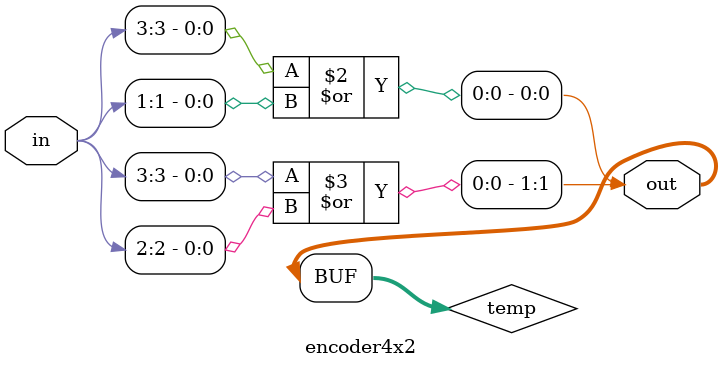
<source format=v>
module encoder4x2(input [3:0] in, output [1:0] out);

    reg [1:0] temp;
    always @(*) begin
        temp[0] = in[3] | in[1];
        temp[1] = in[3] | in[2];
    end

    assign out = temp;
    
endmodule

</source>
